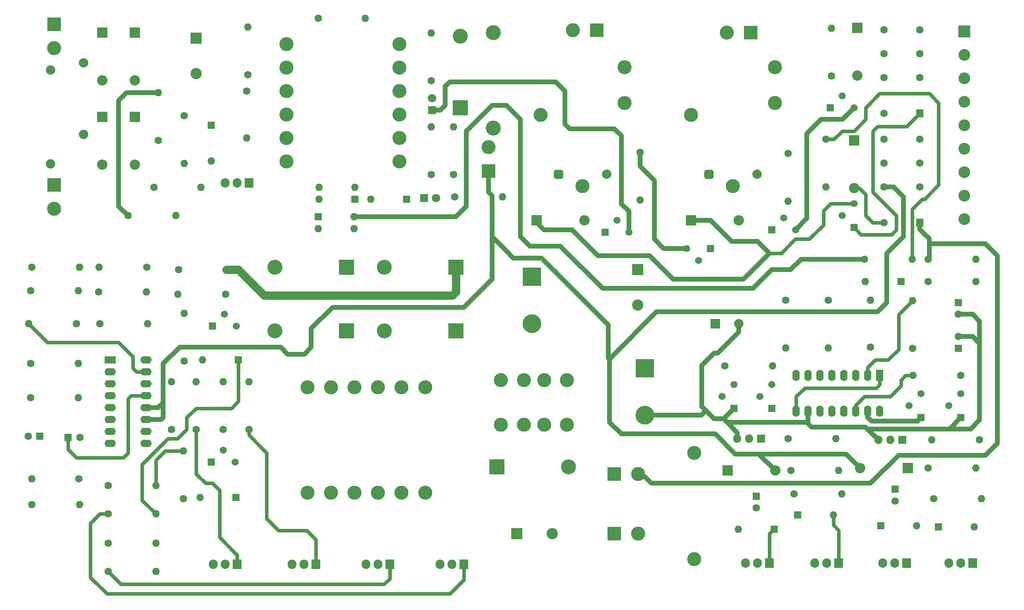
<source format=gbr>
%TF.GenerationSoftware,KiCad,Pcbnew,(5.1.9)-1*%
%TF.CreationDate,2021-11-22T08:04:15-03:00*%
%TF.ProjectId,inversor 1.2,696e7665-7273-46f7-9220-312e322e6b69,rev?*%
%TF.SameCoordinates,Original*%
%TF.FileFunction,Copper,L1,Top*%
%TF.FilePolarity,Positive*%
%FSLAX46Y46*%
G04 Gerber Fmt 4.6, Leading zero omitted, Abs format (unit mm)*
G04 Created by KiCad (PCBNEW (5.1.9)-1) date 2021-11-22 08:04:15*
%MOMM*%
%LPD*%
G01*
G04 APERTURE LIST*
%TA.AperFunction,ComponentPad*%
%ADD10O,2.000000X2.000000*%
%TD*%
%TA.AperFunction,ComponentPad*%
%ADD11C,2.000000*%
%TD*%
%TA.AperFunction,ComponentPad*%
%ADD12O,1.600000X1.600000*%
%TD*%
%TA.AperFunction,ComponentPad*%
%ADD13C,1.600000*%
%TD*%
%TA.AperFunction,ComponentPad*%
%ADD14O,1.600000X2.400000*%
%TD*%
%TA.AperFunction,ComponentPad*%
%ADD15R,1.600000X2.400000*%
%TD*%
%TA.AperFunction,ComponentPad*%
%ADD16O,2.400000X1.600000*%
%TD*%
%TA.AperFunction,ComponentPad*%
%ADD17R,2.400000X1.600000*%
%TD*%
%TA.AperFunction,ComponentPad*%
%ADD18C,4.000000*%
%TD*%
%TA.AperFunction,ComponentPad*%
%ADD19R,4.000000X4.000000*%
%TD*%
%TA.AperFunction,ComponentPad*%
%ADD20C,3.000000*%
%TD*%
%TA.AperFunction,ComponentPad*%
%ADD21R,3.000000X3.000000*%
%TD*%
%TA.AperFunction,ComponentPad*%
%ADD22R,2.000000X2.000000*%
%TD*%
%TA.AperFunction,ComponentPad*%
%ADD23R,1.500000X1.500000*%
%TD*%
%TA.AperFunction,ComponentPad*%
%ADD24C,1.500000*%
%TD*%
%TA.AperFunction,ComponentPad*%
%ADD25R,1.600000X1.600000*%
%TD*%
%TA.AperFunction,ComponentPad*%
%ADD26R,2.400000X2.400000*%
%TD*%
%TA.AperFunction,ComponentPad*%
%ADD27C,2.400000*%
%TD*%
%TA.AperFunction,ComponentPad*%
%ADD28R,2.200000X2.200000*%
%TD*%
%TA.AperFunction,ComponentPad*%
%ADD29O,2.200000X2.200000*%
%TD*%
%TA.AperFunction,ComponentPad*%
%ADD30R,3.200000X3.200000*%
%TD*%
%TA.AperFunction,ComponentPad*%
%ADD31O,3.200000X3.200000*%
%TD*%
%TA.AperFunction,ComponentPad*%
%ADD32C,1.800000*%
%TD*%
%TA.AperFunction,ComponentPad*%
%ADD33R,1.800000X1.800000*%
%TD*%
%TA.AperFunction,ComponentPad*%
%ADD34R,2.500000X2.500000*%
%TD*%
%TA.AperFunction,ComponentPad*%
%ADD35C,2.500000*%
%TD*%
%TA.AperFunction,ComponentPad*%
%ADD36R,1.600000X1.800000*%
%TD*%
%TA.AperFunction,ComponentPad*%
%ADD37O,1.800000X1.800000*%
%TD*%
%TA.AperFunction,ComponentPad*%
%ADD38O,1.905000X2.000000*%
%TD*%
%TA.AperFunction,ComponentPad*%
%ADD39R,1.905000X2.000000*%
%TD*%
%TA.AperFunction,ComponentPad*%
%ADD40C,3.200000*%
%TD*%
%TA.AperFunction,Conductor*%
%ADD41C,0.750000*%
%TD*%
%TA.AperFunction,Conductor*%
%ADD42C,1.000000*%
%TD*%
%TA.AperFunction,Conductor*%
%ADD43C,1.750000*%
%TD*%
G04 APERTURE END LIST*
D10*
%TO.P,R23,2*%
%TO.N,FASE*%
X54500000Y-53740000D03*
D11*
%TO.P,R23,1*%
%TO.N,Net-(D13-Pad2)*%
X54500000Y-38500000D03*
%TD*%
D12*
%TO.P,R26,2*%
%TO.N,+B*%
X89500000Y-30840000D03*
D13*
%TO.P,R26,1*%
%TO.N,Net-(C15-Pad1)*%
X89500000Y-41000000D03*
%TD*%
D14*
%TO.P,U2,16*%
%TO.N,Net-(C18-Pad1)*%
X224000000Y-112620000D03*
%TO.P,U2,8*%
%TO.N,SS*%
X206220000Y-105000000D03*
%TO.P,U2,15*%
%TO.N,+12V*%
X221460000Y-112620000D03*
%TO.P,U2,7*%
%TO.N,Net-(C10-Pad1)*%
X208760000Y-105000000D03*
%TO.P,U2,14*%
%TO.N,Net-(R35-Pad2)*%
X218920000Y-112620000D03*
%TO.P,U2,6*%
%TO.N,Net-(R17-Pad2)*%
X211300000Y-105000000D03*
%TO.P,U2,13*%
%TO.N,+12V*%
X216380000Y-112620000D03*
%TO.P,U2,5*%
%TO.N,Net-(C10-Pad1)*%
X213840000Y-105000000D03*
%TO.P,U2,12*%
%TO.N,GND*%
X213840000Y-112620000D03*
%TO.P,U2,4*%
%TO.N,Net-(U2-Pad4)*%
X216380000Y-105000000D03*
%TO.P,U2,11*%
%TO.N,Net-(R18-Pad2)*%
X211300000Y-112620000D03*
%TO.P,U2,3*%
%TO.N,Net-(U2-Pad3)*%
X218920000Y-105000000D03*
%TO.P,U2,10*%
%TO.N,GND*%
X208760000Y-112620000D03*
%TO.P,U2,2*%
%TO.N,Net-(C18-Pad1)*%
X221460000Y-105000000D03*
%TO.P,U2,9*%
%TO.N,Net-(U2-Pad1)*%
X206220000Y-112620000D03*
D15*
%TO.P,U2,1*%
X224000000Y-105000000D03*
%TD*%
D16*
%TO.P,U1,16*%
%TO.N,2IN+*%
X67870000Y-101750000D03*
%TO.P,U1,8*%
%TO.N,+12V*%
X60250000Y-119530000D03*
%TO.P,U1,15*%
%TO.N,2IN-*%
X67870000Y-104290000D03*
%TO.P,U1,7*%
%TO.N,GND*%
X60250000Y-116990000D03*
%TO.P,U1,14*%
%TO.N,VREF*%
X67870000Y-106830000D03*
%TO.P,U1,6*%
%TO.N,Net-(R5-Pad2)*%
X60250000Y-114450000D03*
%TO.P,U1,13*%
%TO.N,VREF*%
X67870000Y-109370000D03*
%TO.P,U1,5*%
%TO.N,Net-(C5-Pad1)*%
X60250000Y-111910000D03*
%TO.P,U1,12*%
%TO.N,+12V*%
X67870000Y-111910000D03*
%TO.P,U1,4*%
%TO.N,Net-(C1-Pad2)*%
X60250000Y-109370000D03*
%TO.P,U1,11*%
%TO.N,+12V*%
X67870000Y-114450000D03*
%TO.P,U1,3*%
%TO.N,Net-(R7-Pad1)*%
X60250000Y-106830000D03*
%TO.P,U1,10*%
%TO.N,Net-(D8-Pad2)*%
X67870000Y-116990000D03*
%TO.P,U1,2*%
%TO.N,Net-(R6-Pad2)*%
X60250000Y-104290000D03*
%TO.P,U1,9*%
%TO.N,Net-(D7-Pad2)*%
X67870000Y-119530000D03*
D17*
%TO.P,U1,1*%
%TO.N,VFB*%
X60250000Y-101750000D03*
%TD*%
D10*
%TO.P,C12,2*%
%TO.N,FASE-NEUTRO*%
X47500000Y-60000000D03*
D11*
%TO.P,C12,1*%
%TO.N,FASE*%
X47500000Y-40000000D03*
%TD*%
D18*
%TO.P,C11,2*%
%TO.N,GND*%
X174000000Y-113500000D03*
D19*
%TO.P,C11,1*%
%TO.N,330VDC*%
X174000000Y-103500000D03*
%TD*%
D18*
%TO.P,C17,2*%
%TO.N,GND*%
X150000000Y-94000000D03*
D19*
%TO.P,C17,1*%
%TO.N,330VDC*%
X150000000Y-84000000D03*
%TD*%
D20*
%TO.P,T2,3*%
%TO.N,Net-(Q11-Pad2)*%
X127250000Y-130000000D03*
%TO.P,T2,4*%
%TO.N,Net-(D11-Pad2)*%
X127250000Y-107547000D03*
%TO.P,T2,~*%
%TO.N,N/C*%
X122170000Y-107547000D03*
X117170000Y-107547000D03*
X112170000Y-107547000D03*
X107170000Y-107547000D03*
%TO.P,T2,5*%
%TO.N,Net-(D10-Pad1)*%
X102170000Y-107547000D03*
%TO.P,T2,1*%
%TO.N,Net-(Q8-Pad2)*%
X102170000Y-130000000D03*
X107170000Y-130000000D03*
%TO.P,T2,2*%
%TO.N,Net-(C9-Pad1)*%
X112170000Y-130000000D03*
X117170000Y-130000000D03*
%TO.P,T2,3*%
%TO.N,Net-(Q11-Pad2)*%
X122170000Y-130000000D03*
%TD*%
D12*
%TO.P,R5,2*%
%TO.N,Net-(R5-Pad2)*%
X53660000Y-132500000D03*
D13*
%TO.P,R5,1*%
%TO.N,GND*%
X43500000Y-132500000D03*
%TD*%
D20*
%TO.P,T1,3*%
%TO.N,Net-(C14-Pad2)*%
X97750000Y-54500000D03*
%TO.P,T1,4*%
%TO.N,-B*%
X97750000Y-59500000D03*
%TO.P,T1,2*%
%TO.N,Net-(C15-Pad2)*%
X97750000Y-44500000D03*
%TO.P,T1,~*%
%TO.N,N/C*%
X97750000Y-49500000D03*
%TO.P,T1,1*%
%TO.N,+B*%
X97750000Y-34500000D03*
%TO.P,T1,~*%
%TO.N,Net-(T1-Pad~)*%
X97750000Y-39500000D03*
%TO.P,T1,6*%
%TO.N,Net-(C4-Pad2)*%
X121750000Y-34500000D03*
X121750000Y-39500000D03*
%TO.P,T1,~*%
%TO.N,N/C*%
X121750000Y-44500000D03*
%TO.P,T1,5*%
%TO.N,GND*%
X121750000Y-54500000D03*
X121750000Y-59500000D03*
%TO.P,T1,~*%
%TO.N,N/C*%
X121750000Y-49500000D03*
%TD*%
%TO.P,J6,1*%
%TO.N,FASE-NEUTRO*%
X48250000Y-69580000D03*
D21*
X48250000Y-64500000D03*
%TD*%
D12*
%TO.P,TH3,2*%
%TO.N,2IN+*%
X67910000Y-87250000D03*
D13*
%TO.P,TH3,1*%
%TO.N,Net-(R43-Pad1)*%
X57750000Y-87250000D03*
%TD*%
D11*
%TO.P,C6,2*%
%TO.N,GND*%
X194000000Y-94000000D03*
D22*
%TO.P,C6,1*%
%TO.N,VON*%
X189000000Y-94000000D03*
%TD*%
D23*
%TO.P,Q22,1*%
%TO.N,Net-(D29-Pad2)*%
X201000000Y-74000000D03*
D24*
%TO.P,Q22,3*%
%TO.N,GND*%
X206080000Y-74000000D03*
%TO.P,Q22,2*%
%TO.N,Net-(Q22-Pad2)*%
X203540000Y-71460000D03*
%TD*%
D23*
%TO.P,Q21,1*%
%TO.N,VBAT*%
X188000000Y-78000000D03*
D24*
%TO.P,Q21,3*%
%TO.N,V_5_SEG*%
X182920000Y-78000000D03*
%TO.P,Q21,2*%
%TO.N,VON*%
X185460000Y-80540000D03*
%TD*%
D23*
%TO.P,Q20,1*%
%TO.N,Net-(D28-Pad2)*%
X165500000Y-74500000D03*
D24*
%TO.P,Q20,3*%
%TO.N,GND*%
X170580000Y-74500000D03*
%TO.P,Q20,2*%
%TO.N,Net-(Q20-Pad2)*%
X168040000Y-71960000D03*
%TD*%
D23*
%TO.P,Q19,1*%
%TO.N,GND*%
X241250000Y-114000000D03*
D24*
%TO.P,Q19,3*%
%TO.N,~PWM*%
X241250000Y-108920000D03*
%TO.P,Q19,2*%
%TO.N,Net-(Q18-Pad2)*%
X238710000Y-111460000D03*
%TD*%
D23*
%TO.P,Q18,1*%
%TO.N,+12V*%
X232750000Y-114000000D03*
D24*
%TO.P,Q18,3*%
%TO.N,~PWM*%
X232750000Y-108920000D03*
%TO.P,Q18,2*%
%TO.N,Net-(Q18-Pad2)*%
X230210000Y-111460000D03*
%TD*%
D23*
%TO.P,Q17,1*%
%TO.N,GND*%
X193000000Y-112000000D03*
D24*
%TO.P,Q17,3*%
%TO.N,PWM*%
X193000000Y-106920000D03*
%TO.P,Q17,2*%
%TO.N,Net-(Q16-Pad2)*%
X190460000Y-109460000D03*
%TD*%
D23*
%TO.P,Q16,1*%
%TO.N,+12V*%
X201000000Y-112000000D03*
D24*
%TO.P,Q16,3*%
%TO.N,PWM*%
X201000000Y-106920000D03*
%TO.P,Q16,2*%
%TO.N,Net-(Q16-Pad2)*%
X198460000Y-109460000D03*
%TD*%
D23*
%TO.P,Q15,1*%
%TO.N,Net-(D27-Pad2)*%
X213500000Y-48000000D03*
D24*
%TO.P,Q15,3*%
%TO.N,GND*%
X218580000Y-48000000D03*
%TO.P,Q15,2*%
%TO.N,Net-(Q15-Pad2)*%
X216040000Y-45460000D03*
%TD*%
D23*
%TO.P,Q14,1*%
%TO.N,Net-(D24-Pad1)*%
X218500000Y-73500000D03*
D24*
%TO.P,Q14,3*%
%TO.N,VBAT*%
X218500000Y-68420000D03*
%TO.P,Q14,2*%
%TO.N,Net-(Q14-Pad2)*%
X215960000Y-70960000D03*
%TD*%
D13*
%TO.P,C1,2*%
%TO.N,Net-(C1-Pad2)*%
X53750000Y-118250000D03*
D25*
%TO.P,C1,1*%
%TO.N,VREF*%
X51250000Y-118250000D03*
%TD*%
%TO.P,C2,1*%
%TO.N,Net-(C2-Pad1)*%
X197750000Y-130750000D03*
D13*
%TO.P,C2,2*%
%TO.N,INV1*%
X197750000Y-133250000D03*
%TD*%
%TO.P,C3,2*%
%TO.N,GND*%
X42750000Y-118000000D03*
D25*
%TO.P,C3,1*%
%TO.N,VREF*%
X45250000Y-118000000D03*
%TD*%
D13*
%TO.P,C4,1*%
%TO.N,+B*%
X104500000Y-29000000D03*
D12*
%TO.P,C4,2*%
%TO.N,Net-(C4-Pad2)*%
X114500000Y-29000000D03*
%TD*%
%TO.P,C5,2*%
%TO.N,GND*%
X43500000Y-127000000D03*
D13*
%TO.P,C5,1*%
%TO.N,Net-(C5-Pad1)*%
X53500000Y-127000000D03*
%TD*%
D25*
%TO.P,C7,1*%
%TO.N,Net-(C7-Pad1)*%
X227250000Y-129250000D03*
D13*
%TO.P,C7,2*%
%TO.N,INV2*%
X227250000Y-131750000D03*
%TD*%
%TO.P,C8,2*%
%TO.N,GND*%
X240750000Y-96750000D03*
D25*
%TO.P,C8,1*%
%TO.N,SS*%
X240750000Y-99250000D03*
%TD*%
D26*
%TO.P,C9,1*%
%TO.N,Net-(C9-Pad1)*%
X146750000Y-138750000D03*
D27*
%TO.P,C9,2*%
%TO.N,GND*%
X154250000Y-138750000D03*
%TD*%
D13*
%TO.P,C10,1*%
%TO.N,Net-(C10-Pad1)*%
X222000000Y-99000000D03*
D12*
%TO.P,C10,2*%
%TO.N,GND*%
X222000000Y-89000000D03*
%TD*%
D26*
%TO.P,C13,1*%
%TO.N,+B*%
X78500000Y-33250000D03*
D27*
%TO.P,C13,2*%
%TO.N,-B*%
X78500000Y-40750000D03*
%TD*%
D13*
%TO.P,C14,1*%
%TO.N,Net-(C14-Pad1)*%
X69500000Y-65000000D03*
D12*
%TO.P,C14,2*%
%TO.N,Net-(C14-Pad2)*%
X79500000Y-65000000D03*
%TD*%
%TO.P,C15,2*%
%TO.N,Net-(C15-Pad2)*%
X89250000Y-54500000D03*
D13*
%TO.P,C15,1*%
%TO.N,Net-(C15-Pad1)*%
X89250000Y-44500000D03*
%TD*%
D27*
%TO.P,C16,2*%
%TO.N,GND*%
X172500000Y-90000000D03*
D26*
%TO.P,C16,1*%
%TO.N,Net-(C16-Pad1)*%
X172500000Y-82500000D03*
%TD*%
D25*
%TO.P,C18,1*%
%TO.N,Net-(C18-Pad1)*%
X240750000Y-89500000D03*
D13*
%TO.P,C18,2*%
%TO.N,GND*%
X240750000Y-92000000D03*
%TD*%
D12*
%TO.P,D1,2*%
%TO.N,Net-(D1-Pad2)*%
X214120000Y-134750000D03*
D25*
%TO.P,D1,1*%
%TO.N,PWM*%
X206500000Y-134750000D03*
%TD*%
D28*
%TO.P,D2,1*%
%TO.N,Net-(C2-Pad1)*%
X191590000Y-125250000D03*
D29*
%TO.P,D2,2*%
%TO.N,+12V*%
X201750000Y-125250000D03*
%TD*%
D12*
%TO.P,D3,2*%
%TO.N,INV1*%
X193880000Y-137750000D03*
D25*
%TO.P,D3,1*%
%TO.N,Net-(D3-Pad1)*%
X201500000Y-137750000D03*
%TD*%
%TO.P,D4,1*%
%TO.N,Net-(D4-Pad1)*%
X224250000Y-137000000D03*
D12*
%TO.P,D4,2*%
%TO.N,INV2*%
X231870000Y-137000000D03*
%TD*%
D29*
%TO.P,D5,2*%
%TO.N,+12V*%
X219840000Y-124750000D03*
D28*
%TO.P,D5,1*%
%TO.N,Net-(C7-Pad1)*%
X230000000Y-124750000D03*
%TD*%
D25*
%TO.P,D6,1*%
%TO.N,~PWM*%
X236500000Y-137250000D03*
D12*
%TO.P,D6,2*%
%TO.N,Net-(D6-Pad2)*%
X244120000Y-137250000D03*
%TD*%
%TO.P,D7,2*%
%TO.N,Net-(D7-Pad2)*%
X79380000Y-131000000D03*
D25*
%TO.P,D7,1*%
%TO.N,Net-(D7-Pad1)*%
X87000000Y-131000000D03*
%TD*%
%TO.P,D8,1*%
%TO.N,Net-(D8-Pad1)*%
X87500000Y-101750000D03*
D12*
%TO.P,D8,2*%
%TO.N,Net-(D8-Pad2)*%
X79880000Y-101750000D03*
%TD*%
D30*
%TO.P,D9,1*%
%TO.N,330VDC*%
X133750000Y-82000000D03*
D31*
%TO.P,D9,2*%
%TO.N,Net-(D10-Pad1)*%
X118510000Y-82000000D03*
%TD*%
%TO.P,D10,2*%
%TO.N,GND*%
X95260000Y-82000000D03*
D30*
%TO.P,D10,1*%
%TO.N,Net-(D10-Pad1)*%
X110500000Y-82000000D03*
%TD*%
%TO.P,D11,1*%
%TO.N,330VDC*%
X133750000Y-95500000D03*
D31*
%TO.P,D11,2*%
%TO.N,Net-(D11-Pad2)*%
X118510000Y-95500000D03*
%TD*%
%TO.P,D12,2*%
%TO.N,GND*%
X95260000Y-95500000D03*
D30*
%TO.P,D12,1*%
%TO.N,Net-(D11-Pad2)*%
X110500000Y-95500000D03*
%TD*%
D28*
%TO.P,D13,1*%
%TO.N,+B*%
X58500000Y-32000000D03*
D29*
%TO.P,D13,2*%
%TO.N,Net-(D13-Pad2)*%
X58500000Y-42160000D03*
%TD*%
D28*
%TO.P,D14,1*%
%TO.N,Net-(D13-Pad2)*%
X58500000Y-50000000D03*
D29*
%TO.P,D14,2*%
%TO.N,-B*%
X58500000Y-60160000D03*
%TD*%
%TO.P,D15,2*%
%TO.N,FASE-NEUTRO*%
X65500000Y-42160000D03*
D28*
%TO.P,D15,1*%
%TO.N,+B*%
X65500000Y-32000000D03*
%TD*%
%TO.P,D16,1*%
%TO.N,FASE-NEUTRO*%
X65500000Y-50000000D03*
D29*
%TO.P,D16,2*%
%TO.N,-B*%
X65500000Y-60160000D03*
%TD*%
D25*
%TO.P,D17,1*%
%TO.N,Net-(D17-Pad1)*%
X81750000Y-51750000D03*
D12*
%TO.P,D17,2*%
%TO.N,-B*%
X81750000Y-59370000D03*
%TD*%
D30*
%TO.P,D18,1*%
%TO.N,Net-(C16-Pad1)*%
X134750000Y-48000000D03*
D31*
%TO.P,D18,2*%
%TO.N,Net-(C4-Pad2)*%
X134750000Y-32760000D03*
%TD*%
D32*
%TO.P,D19,2*%
%TO.N,Net-(D19-Pad2)*%
X128750000Y-45960000D03*
D33*
%TO.P,D19,1*%
%TO.N,GND*%
X128750000Y-48500000D03*
%TD*%
%TO.P,D20,1*%
%TO.N,GND*%
X127000000Y-67250000D03*
D32*
%TO.P,D20,2*%
%TO.N,Net-(D20-Pad2)*%
X129540000Y-67250000D03*
%TD*%
D31*
%TO.P,D23,2*%
%TO.N,GND*%
X157740000Y-124500000D03*
D30*
%TO.P,D23,1*%
%TO.N,Net-(C9-Pad1)*%
X142500000Y-124500000D03*
%TD*%
D29*
%TO.P,D24,2*%
%TO.N,GND*%
X219250000Y-41160000D03*
D28*
%TO.P,D24,1*%
%TO.N,Net-(D24-Pad1)*%
X219250000Y-31000000D03*
%TD*%
D29*
%TO.P,D27,2*%
%TO.N,Net-(D27-Pad2)*%
X218500000Y-65160000D03*
D28*
%TO.P,D27,1*%
%TO.N,VBAT*%
X218500000Y-55000000D03*
%TD*%
D29*
%TO.P,D28,2*%
%TO.N,Net-(D28-Pad2)*%
X161160000Y-72000000D03*
D28*
%TO.P,D28,1*%
%TO.N,VBAT*%
X151000000Y-72000000D03*
%TD*%
%TO.P,D29,1*%
%TO.N,VBAT*%
X183840000Y-72000000D03*
D29*
%TO.P,D29,2*%
%TO.N,Net-(D29-Pad2)*%
X194000000Y-72000000D03*
%TD*%
D25*
%TO.P,DZ1,1*%
%TO.N,Net-(DZ1-Pad1)*%
X123250000Y-67500000D03*
D12*
%TO.P,DZ1,2*%
%TO.N,Net-(DZ1-Pad2)*%
X115630000Y-67500000D03*
%TD*%
D25*
%TO.P,DZ2,1*%
%TO.N,5V*%
X228500000Y-85000000D03*
D12*
%TO.P,DZ2,2*%
%TO.N,GND*%
X220880000Y-85000000D03*
%TD*%
D20*
%TO.P,F1,2*%
%TO.N,VBAT*%
X157434000Y-106000000D03*
X152608000Y-106000000D03*
%TO.P,F1,1*%
%TO.N,Net-(C9-Pad1)*%
X148290000Y-106000000D03*
X143337000Y-106000000D03*
%TD*%
%TO.P,F2,1*%
%TO.N,330VDC*%
X184500000Y-121500000D03*
%TO.P,F2,2*%
%TO.N,Net-(F2-Pad2)*%
X184500000Y-144100000D03*
%TD*%
%TO.P,F3,1*%
%TO.N,Net-(C9-Pad1)*%
X143337000Y-115500000D03*
X148290000Y-115500000D03*
%TO.P,F3,2*%
%TO.N,VBAT*%
X152608000Y-115500000D03*
X157434000Y-115500000D03*
%TD*%
%TO.P,J1,2*%
%TO.N,OUT1*%
X158670000Y-31500000D03*
D21*
%TO.P,J1,1*%
X163750000Y-31500000D03*
%TD*%
%TO.P,J2,1*%
%TO.N,OUT2*%
X196500000Y-32000000D03*
D20*
%TO.P,J2,2*%
X191420000Y-32000000D03*
%TD*%
%TO.P,J3,2*%
%TO.N,VBAT*%
X172580000Y-126000000D03*
D21*
%TO.P,J3,1*%
X167500000Y-126000000D03*
%TD*%
%TO.P,J4,1*%
%TO.N,GND*%
X167500000Y-138750000D03*
D20*
%TO.P,J4,2*%
X172580000Y-138750000D03*
%TD*%
D21*
%TO.P,J5,1*%
%TO.N,FASE*%
X48250000Y-30250000D03*
D20*
X48250000Y-35330000D03*
%TD*%
D34*
%TO.P,J7,1*%
%TO.N,NA1-RL1*%
X242000000Y-31750000D03*
D35*
%TO.P,J7,2*%
%TO.N,NF1-RL1*%
X242000000Y-36750000D03*
%TO.P,J7,3*%
%TO.N,COM1-RL1*%
X242000000Y-41750000D03*
%TO.P,J7,4*%
%TO.N,NA2-RL1*%
X242000000Y-46750000D03*
%TO.P,J7,5*%
%TO.N,NF2-RL1*%
X242000000Y-51750000D03*
%TO.P,J7,6*%
%TO.N,COM2-RL1*%
X242000000Y-56750000D03*
%TO.P,J7,7*%
%TO.N,NA1-RL2*%
X242000000Y-61750000D03*
%TO.P,J7,8*%
%TO.N,NF1-RL2*%
X242000000Y-66750000D03*
%TO.P,J7,9*%
%TO.N,COM1-RL2*%
X242000000Y-71750000D03*
%TD*%
D13*
%TO.P,K1,12*%
%TO.N,NF1-RL1*%
X232500000Y-36550000D03*
%TO.P,K1,14*%
%TO.N,NA1-RL1*%
X232500000Y-31470000D03*
%TO.P,K1,11*%
%TO.N,COM1-RL1*%
X232500000Y-41630000D03*
%TO.P,K1,A2*%
%TO.N,GND*%
X224880000Y-49250000D03*
D36*
%TO.P,K1,A1*%
%TO.N,Net-(D24-Pad1)*%
X232500000Y-49250000D03*
D13*
%TO.P,K1,24*%
%TO.N,NA2-RL1*%
X224880000Y-31470000D03*
%TO.P,K1,22*%
%TO.N,NF2-RL1*%
X224880000Y-36550000D03*
%TO.P,K1,21*%
%TO.N,COM2-RL1*%
X224880000Y-41630000D03*
%TD*%
%TO.P,K2,21*%
%TO.N,+12V*%
X224880000Y-64880000D03*
%TO.P,K2,22*%
%TO.N,Net-(K2-Pad22)*%
X224880000Y-59800000D03*
%TO.P,K2,24*%
%TO.N,VBAT*%
X224880000Y-54720000D03*
D36*
%TO.P,K2,A1*%
X232500000Y-72500000D03*
D13*
%TO.P,K2,A2*%
%TO.N,Net-(D27-Pad2)*%
X224880000Y-72500000D03*
%TO.P,K2,11*%
%TO.N,COM1-RL2*%
X232500000Y-64880000D03*
%TO.P,K2,14*%
%TO.N,NA1-RL2*%
X232500000Y-54720000D03*
%TO.P,K2,12*%
%TO.N,NF1-RL2*%
X232500000Y-59800000D03*
%TD*%
D20*
%TO.P,K3,11A*%
%TO.N,N/C*%
X160750000Y-64750000D03*
D11*
%TO.P,K3,A2*%
%TO.N,Net-(D28-Pad2)*%
X165850000Y-62210000D03*
D20*
%TO.P,K3,14*%
%TO.N,INV1*%
X169650000Y-47010000D03*
%TO.P,K3,12*%
%TO.N,FASE*%
X169650000Y-39410000D03*
%TO.P,K3,11B*%
%TO.N,OUT1*%
X151850000Y-49550000D03*
%TO.P,K3,A1*%
%TO.N,VBAT*%
%TA.AperFunction,ComponentPad*%
G36*
G01*
X155150000Y-61210000D02*
X156150000Y-61210000D01*
G75*
G02*
X156650000Y-61710000I0J-500000D01*
G01*
X156650000Y-62710000D01*
G75*
G02*
X156150000Y-63210000I-500000J0D01*
G01*
X155150000Y-63210000D01*
G75*
G02*
X154650000Y-62710000I0J500000D01*
G01*
X154650000Y-61710000D01*
G75*
G02*
X155150000Y-61210000I500000J0D01*
G01*
G37*
%TD.AperFunction*%
%TD*%
%TO.P,K4,A1*%
%TO.N,VBAT*%
%TA.AperFunction,ComponentPad*%
G36*
G01*
X187150000Y-61210000D02*
X188150000Y-61210000D01*
G75*
G02*
X188650000Y-61710000I0J-500000D01*
G01*
X188650000Y-62710000D01*
G75*
G02*
X188150000Y-63210000I-500000J0D01*
G01*
X187150000Y-63210000D01*
G75*
G02*
X186650000Y-62710000I0J500000D01*
G01*
X186650000Y-61710000D01*
G75*
G02*
X187150000Y-61210000I500000J0D01*
G01*
G37*
%TD.AperFunction*%
%TO.P,K4,11B*%
%TO.N,OUT2*%
X183850000Y-49550000D03*
%TO.P,K4,12*%
%TO.N,FASE-NEUTRO*%
X201650000Y-39410000D03*
%TO.P,K4,14*%
%TO.N,INV2*%
X201650000Y-47010000D03*
D11*
%TO.P,K4,A2*%
%TO.N,Net-(D29-Pad2)*%
X197850000Y-62210000D03*
D20*
%TO.P,K4,11A*%
%TO.N,N/C*%
X192750000Y-64750000D03*
%TD*%
D33*
%TO.P,Q1,1*%
%TO.N,Net-(Q1-Pad1)*%
X198750000Y-118500000D03*
D37*
%TO.P,Q1,2*%
%TO.N,Net-(D3-Pad1)*%
X196210000Y-118500000D03*
%TO.P,Q1,3*%
%TO.N,GND*%
X193670000Y-118500000D03*
%TD*%
D38*
%TO.P,Q2,3*%
%TO.N,INV1*%
X195420000Y-145000000D03*
%TO.P,Q2,2*%
%TO.N,Net-(F2-Pad2)*%
X197960000Y-145000000D03*
D39*
%TO.P,Q2,1*%
%TO.N,Net-(D3-Pad1)*%
X200500000Y-145000000D03*
%TD*%
%TO.P,Q3,1*%
%TO.N,Net-(D1-Pad2)*%
X215250000Y-145000000D03*
D38*
%TO.P,Q3,2*%
%TO.N,INV1*%
X212710000Y-145000000D03*
%TO.P,Q3,3*%
%TO.N,GND*%
X210170000Y-145000000D03*
%TD*%
%TO.P,Q4,3*%
%TO.N,INV2*%
X224670000Y-145000000D03*
%TO.P,Q4,2*%
%TO.N,Net-(F2-Pad2)*%
X227210000Y-145000000D03*
D39*
%TO.P,Q4,1*%
%TO.N,Net-(D4-Pad1)*%
X229750000Y-145000000D03*
%TD*%
D38*
%TO.P,Q5,3*%
%TO.N,GND*%
X238670000Y-145000000D03*
%TO.P,Q5,2*%
%TO.N,INV2*%
X241210000Y-145000000D03*
D39*
%TO.P,Q5,1*%
%TO.N,Net-(D6-Pad2)*%
X243750000Y-145000000D03*
%TD*%
D37*
%TO.P,Q6,3*%
%TO.N,GND*%
X223670000Y-118750000D03*
%TO.P,Q6,2*%
%TO.N,Net-(D4-Pad1)*%
X226210000Y-118750000D03*
D33*
%TO.P,Q6,1*%
%TO.N,Net-(Q6-Pad1)*%
X228750000Y-118750000D03*
%TD*%
D23*
%TO.P,Q7,1*%
%TO.N,GND*%
X81750000Y-123500000D03*
D24*
%TO.P,Q7,3*%
%TO.N,Net-(D7-Pad1)*%
X86830000Y-123500000D03*
%TO.P,Q7,2*%
%TO.N,Net-(D7-Pad2)*%
X84290000Y-120960000D03*
%TD*%
D39*
%TO.P,Q8,1*%
%TO.N,Net-(Q8-Pad1)*%
X87250000Y-145250000D03*
D38*
%TO.P,Q8,2*%
%TO.N,Net-(Q8-Pad2)*%
X84710000Y-145250000D03*
%TO.P,Q8,3*%
%TO.N,GND*%
X82170000Y-145250000D03*
%TD*%
D39*
%TO.P,Q9,1*%
%TO.N,Net-(Q9-Pad1)*%
X104000000Y-145250000D03*
D38*
%TO.P,Q9,2*%
%TO.N,Net-(Q8-Pad2)*%
X101460000Y-145250000D03*
%TO.P,Q9,3*%
%TO.N,GND*%
X98920000Y-145250000D03*
%TD*%
D24*
%TO.P,Q10,2*%
%TO.N,Net-(D8-Pad2)*%
X84540000Y-91960000D03*
%TO.P,Q10,3*%
%TO.N,Net-(D8-Pad1)*%
X87080000Y-94500000D03*
D23*
%TO.P,Q10,1*%
%TO.N,GND*%
X82000000Y-94500000D03*
%TD*%
D39*
%TO.P,Q11,1*%
%TO.N,Net-(Q11-Pad1)*%
X119750000Y-145250000D03*
D38*
%TO.P,Q11,2*%
%TO.N,Net-(Q11-Pad2)*%
X117210000Y-145250000D03*
%TO.P,Q11,3*%
%TO.N,GND*%
X114670000Y-145250000D03*
%TD*%
D39*
%TO.P,Q12,1*%
%TO.N,Net-(Q12-Pad1)*%
X135500000Y-145250000D03*
D38*
%TO.P,Q12,2*%
%TO.N,Net-(Q11-Pad2)*%
X132960000Y-145250000D03*
%TO.P,Q12,3*%
%TO.N,GND*%
X130420000Y-145250000D03*
%TD*%
%TO.P,Q13,3*%
%TO.N,-B*%
X84670000Y-64000000D03*
%TO.P,Q13,2*%
%TO.N,Net-(C15-Pad2)*%
X87210000Y-64000000D03*
D39*
%TO.P,Q13,1*%
%TO.N,Net-(D17-Pad1)*%
X89750000Y-64000000D03*
%TD*%
D13*
%TO.P,R1,1*%
%TO.N,Net-(Q1-Pad1)*%
X204500000Y-118500000D03*
D12*
%TO.P,R1,2*%
%TO.N,PWM*%
X214660000Y-118500000D03*
%TD*%
D13*
%TO.P,R2,1*%
%TO.N,Net-(C2-Pad1)*%
X205090000Y-125250000D03*
D12*
%TO.P,R2,2*%
%TO.N,Net-(D3-Pad1)*%
X215250000Y-125250000D03*
%TD*%
D13*
%TO.P,R3,1*%
%TO.N,PWM*%
X205750000Y-130250000D03*
D12*
%TO.P,R3,2*%
%TO.N,Net-(D1-Pad2)*%
X215910000Y-130250000D03*
%TD*%
D13*
%TO.P,R4,1*%
%TO.N,GND*%
X43250000Y-109750000D03*
D12*
%TO.P,R4,2*%
%TO.N,Net-(C1-Pad2)*%
X53410000Y-109750000D03*
%TD*%
%TO.P,R6,2*%
%TO.N,Net-(R6-Pad2)*%
X53410000Y-87000000D03*
D13*
%TO.P,R6,1*%
%TO.N,VREF*%
X43250000Y-87000000D03*
%TD*%
D12*
%TO.P,R7,2*%
%TO.N,Net-(R6-Pad2)*%
X53410000Y-102500000D03*
D13*
%TO.P,R7,1*%
%TO.N,Net-(R7-Pad1)*%
X43250000Y-102500000D03*
%TD*%
D12*
%TO.P,R8,2*%
%TO.N,Net-(D6-Pad2)*%
X245660000Y-131250000D03*
D13*
%TO.P,R8,1*%
%TO.N,~PWM*%
X235500000Y-131250000D03*
%TD*%
D12*
%TO.P,R9,2*%
%TO.N,GND*%
X75750000Y-121090000D03*
D13*
%TO.P,R9,1*%
%TO.N,Net-(D7-Pad2)*%
X75750000Y-131250000D03*
%TD*%
%TO.P,R10,1*%
%TO.N,Net-(C7-Pad1)*%
X234250000Y-124750000D03*
D12*
%TO.P,R10,2*%
%TO.N,Net-(D4-Pad1)*%
X244410000Y-124750000D03*
%TD*%
D13*
%TO.P,R11,1*%
%TO.N,~PWM*%
X245250000Y-118750000D03*
D12*
%TO.P,R11,2*%
%TO.N,Net-(Q6-Pad1)*%
X235090000Y-118750000D03*
%TD*%
D13*
%TO.P,R12,1*%
%TO.N,Net-(Q8-Pad1)*%
X78500000Y-116500000D03*
D12*
%TO.P,R12,2*%
%TO.N,GND*%
X78500000Y-106340000D03*
%TD*%
%TO.P,R13,2*%
%TO.N,Net-(D7-Pad1)*%
X73250000Y-106340000D03*
D13*
%TO.P,R13,1*%
%TO.N,Net-(Q8-Pad1)*%
X73250000Y-116500000D03*
%TD*%
D12*
%TO.P,R14,2*%
%TO.N,GND*%
X76000000Y-91840000D03*
D13*
%TO.P,R14,1*%
%TO.N,Net-(D8-Pad2)*%
X76000000Y-102000000D03*
%TD*%
%TO.P,R15,1*%
%TO.N,Net-(Q9-Pad1)*%
X84250000Y-116500000D03*
D12*
%TO.P,R15,2*%
%TO.N,Net-(D7-Pad1)*%
X84250000Y-106340000D03*
%TD*%
%TO.P,R16,2*%
%TO.N,GND*%
X69910000Y-140750000D03*
D13*
%TO.P,R16,1*%
%TO.N,Net-(Q11-Pad1)*%
X59750000Y-140750000D03*
%TD*%
D12*
%TO.P,R17,2*%
%TO.N,Net-(R17-Pad2)*%
X213000000Y-99160000D03*
D13*
%TO.P,R17,1*%
%TO.N,GND*%
X213000000Y-89000000D03*
%TD*%
%TO.P,R18,1*%
%TO.N,Net-(Q16-Pad2)*%
X191000000Y-103000000D03*
D12*
%TO.P,R18,2*%
%TO.N,Net-(R18-Pad2)*%
X201160000Y-103000000D03*
%TD*%
D13*
%TO.P,R19,1*%
%TO.N,Net-(Q11-Pad1)*%
X59750000Y-146750000D03*
D12*
%TO.P,R19,2*%
%TO.N,Net-(D8-Pad1)*%
X69910000Y-146750000D03*
%TD*%
%TO.P,R20,2*%
%TO.N,Net-(D8-Pad1)*%
X69910000Y-134500000D03*
D13*
%TO.P,R20,1*%
%TO.N,Net-(Q12-Pad1)*%
X59750000Y-134500000D03*
%TD*%
D12*
%TO.P,R21,2*%
%TO.N,330VDC*%
X84910000Y-82500000D03*
D13*
%TO.P,R21,1*%
%TO.N,VFB*%
X74750000Y-82500000D03*
%TD*%
%TO.P,R22,1*%
%TO.N,GND*%
X84750000Y-87750000D03*
D12*
%TO.P,R22,2*%
%TO.N,VFB*%
X74590000Y-87750000D03*
%TD*%
%TO.P,R24,2*%
%TO.N,+B*%
X70500000Y-44840000D03*
D13*
%TO.P,R24,1*%
%TO.N,Net-(C14-Pad1)*%
X70500000Y-55000000D03*
%TD*%
%TO.P,R25,1*%
%TO.N,Net-(D17-Pad1)*%
X76000000Y-49750000D03*
D12*
%TO.P,R25,2*%
%TO.N,Net-(C14-Pad1)*%
X76000000Y-59910000D03*
%TD*%
%TO.P,R27,2*%
%TO.N,Net-(C16-Pad1)*%
X128500000Y-52090000D03*
D13*
%TO.P,R27,1*%
%TO.N,Net-(DZ1-Pad1)*%
X128500000Y-62250000D03*
%TD*%
D12*
%TO.P,R28,2*%
%TO.N,Net-(C16-Pad1)*%
X133250000Y-52090000D03*
D13*
%TO.P,R28,1*%
%TO.N,GND*%
X133250000Y-62250000D03*
%TD*%
D40*
%TO.P,R29,1*%
%TO.N,Net-(C16-Pad1)*%
X141750000Y-32000000D03*
D31*
%TO.P,R29,2*%
%TO.N,VBAT*%
X141750000Y-52320000D03*
%TD*%
D12*
%TO.P,R30,2*%
%TO.N,Net-(Q14-Pad2)*%
X212500000Y-64910000D03*
D13*
%TO.P,R30,1*%
%TO.N,VON*%
X212500000Y-54750000D03*
%TD*%
%TO.P,R31,1*%
%TO.N,Net-(Q9-Pad1)*%
X89750000Y-116500000D03*
D12*
%TO.P,R31,2*%
%TO.N,GND*%
X89750000Y-106340000D03*
%TD*%
%TO.P,R32,2*%
%TO.N,GND*%
X69910000Y-128500000D03*
D13*
%TO.P,R32,1*%
%TO.N,Net-(Q12-Pad1)*%
X59750000Y-128500000D03*
%TD*%
%TO.P,R33,1*%
%TO.N,SS*%
X231000000Y-99250000D03*
D12*
%TO.P,R33,2*%
%TO.N,Net-(C18-Pad1)*%
X231000000Y-89090000D03*
%TD*%
%TO.P,R34,2*%
%TO.N,SS*%
X204000000Y-99160000D03*
D13*
%TO.P,R34,1*%
%TO.N,GND*%
X204000000Y-89000000D03*
%TD*%
D12*
%TO.P,R35,2*%
%TO.N,Net-(R35-Pad2)*%
X231090000Y-105000000D03*
D13*
%TO.P,R35,1*%
%TO.N,Net-(Q18-Pad2)*%
X241250000Y-105000000D03*
%TD*%
%TO.P,R36,1*%
%TO.N,Net-(D19-Pad2)*%
X128500000Y-42250000D03*
D12*
%TO.P,R36,2*%
%TO.N,Net-(C4-Pad2)*%
X128500000Y-32090000D03*
%TD*%
D13*
%TO.P,R37,1*%
%TO.N,Net-(D20-Pad2)*%
X133500000Y-67000000D03*
D12*
%TO.P,R37,2*%
%TO.N,+12V*%
X143660000Y-67000000D03*
%TD*%
D13*
%TO.P,R38,1*%
%TO.N,V_5_SEG*%
X213750000Y-41250000D03*
D12*
%TO.P,R38,2*%
%TO.N,Net-(Q15-Pad2)*%
X213750000Y-31090000D03*
%TD*%
D13*
%TO.P,R39,1*%
%TO.N,+B*%
X64000000Y-71000000D03*
D12*
%TO.P,R39,2*%
%TO.N,Net-(R39-Pad2)*%
X74160000Y-71000000D03*
%TD*%
D13*
%TO.P,R40,1*%
%TO.N,5V*%
X234250000Y-85000000D03*
D12*
%TO.P,R40,2*%
%TO.N,VON*%
X244410000Y-85000000D03*
%TD*%
%TO.P,R41,2*%
%TO.N,VON*%
X230910000Y-80250000D03*
D13*
%TO.P,R41,1*%
%TO.N,Net-(R41-Pad1)*%
X220750000Y-80250000D03*
%TD*%
D12*
%TO.P,R42,2*%
%TO.N,2IN+*%
X68160000Y-94000000D03*
D13*
%TO.P,R42,1*%
%TO.N,GND*%
X58000000Y-94000000D03*
%TD*%
D12*
%TO.P,R43,2*%
%TO.N,VREF*%
X57840000Y-82000000D03*
D13*
%TO.P,R43,1*%
%TO.N,Net-(R43-Pad1)*%
X68000000Y-82000000D03*
%TD*%
%TO.P,R44,1*%
%TO.N,2IN-*%
X43500000Y-82000000D03*
D12*
%TO.P,R44,2*%
%TO.N,VREF*%
X53660000Y-82000000D03*
%TD*%
%TO.P,R45,2*%
%TO.N,2IN-*%
X42840000Y-94000000D03*
D13*
%TO.P,R45,1*%
%TO.N,GND*%
X53000000Y-94000000D03*
%TD*%
D12*
%TO.P,R46,2*%
%TO.N,Net-(Q20-Pad2)*%
X173000000Y-67660000D03*
D13*
%TO.P,R46,1*%
%TO.N,V_5_SEG*%
X173000000Y-57500000D03*
%TD*%
%TO.P,R47,1*%
%TO.N,V_5_SEG*%
X204500000Y-57750000D03*
D12*
%TO.P,R47,2*%
%TO.N,Net-(Q22-Pad2)*%
X204500000Y-67910000D03*
%TD*%
D13*
%TO.P,R48,1*%
%TO.N,VBAT*%
X234250000Y-80250000D03*
D12*
%TO.P,R48,2*%
%TO.N,5V*%
X244410000Y-80250000D03*
%TD*%
D20*
%TO.P,SW1,2*%
%TO.N,VBAT*%
X140750000Y-56420000D03*
D21*
%TO.P,SW1,1*%
%TO.N,+12V*%
X140750000Y-61500000D03*
%TD*%
D12*
%TO.P,U3,4*%
%TO.N,Net-(D17-Pad1)*%
X104630000Y-67500000D03*
%TO.P,U3,2*%
%TO.N,GND*%
X112250000Y-64960000D03*
%TO.P,U3,3*%
%TO.N,-B*%
X104630000Y-64960000D03*
D25*
%TO.P,U3,1*%
%TO.N,Net-(DZ1-Pad2)*%
X112250000Y-67500000D03*
%TD*%
%TO.P,U4,1*%
%TO.N,Net-(R39-Pad2)*%
X104500000Y-71250000D03*
D12*
%TO.P,U4,3*%
%TO.N,GND*%
X112120000Y-73790000D03*
%TO.P,U4,2*%
%TO.N,-B*%
X104500000Y-73790000D03*
%TO.P,U4,4*%
%TO.N,Net-(R41-Pad1)*%
X112120000Y-71250000D03*
%TD*%
D41*
%TO.N,VREF*%
X51250000Y-118250000D02*
X51250000Y-120750000D01*
X51250000Y-120750000D02*
X53000000Y-122500000D01*
X53000000Y-122500000D02*
X63000000Y-122500000D01*
X63000000Y-122500000D02*
X64000000Y-121500000D01*
X64000000Y-121500000D02*
X64000000Y-110000000D01*
X64630000Y-109370000D02*
X67870000Y-109370000D01*
X64000000Y-110000000D02*
X64630000Y-109370000D01*
%TO.N,GND*%
X69910000Y-128500000D02*
X69910000Y-123090000D01*
X71910000Y-121090000D02*
X75750000Y-121090000D01*
X69910000Y-123090000D02*
X71910000Y-121090000D01*
D42*
X190750000Y-114250000D02*
X193000000Y-112000000D01*
X188750000Y-114250000D02*
X190750000Y-114250000D01*
X193670000Y-118500000D02*
X193670000Y-117170000D01*
X208760000Y-112620000D02*
X208760000Y-114740000D01*
X208500000Y-115000000D02*
X191500000Y-115000000D01*
X208760000Y-114740000D02*
X208500000Y-115000000D01*
X191500000Y-115000000D02*
X190750000Y-114250000D01*
X193670000Y-117170000D02*
X191500000Y-115000000D01*
X209500000Y-116000000D02*
X208500000Y-115000000D01*
X220920000Y-116000000D02*
X209500000Y-116000000D01*
X238835000Y-116415000D02*
X241250000Y-114000000D01*
X221335000Y-116415000D02*
X238835000Y-116415000D01*
X223670000Y-118750000D02*
X221335000Y-116415000D01*
X221335000Y-116415000D02*
X220920000Y-116000000D01*
X238835000Y-116415000D02*
X243335000Y-116415000D01*
X243335000Y-116415000D02*
X245250000Y-114500000D01*
X243750000Y-92000000D02*
X240750000Y-92000000D01*
X245250000Y-93500000D02*
X243750000Y-92000000D01*
X243750000Y-96750000D02*
X245250000Y-98250000D01*
X240750000Y-96750000D02*
X243750000Y-96750000D01*
X245250000Y-98250000D02*
X245250000Y-93500000D01*
X245250000Y-114500000D02*
X245250000Y-98250000D01*
X194000000Y-94000000D02*
X194000000Y-95750000D01*
X194000000Y-95750000D02*
X189500000Y-100250000D01*
X189500000Y-100250000D02*
X188750000Y-100250000D01*
X186125000Y-102875000D02*
X186125000Y-111625000D01*
X188750000Y-100250000D02*
X186125000Y-102875000D01*
X131500000Y-47500000D02*
X130500000Y-48500000D01*
X132500000Y-42500000D02*
X131500000Y-43500000D01*
X130500000Y-48500000D02*
X128750000Y-48500000D01*
X157000000Y-51500000D02*
X157000000Y-44500000D01*
X131500000Y-43500000D02*
X131500000Y-47500000D01*
X158000000Y-52500000D02*
X157000000Y-51500000D01*
X167500000Y-52500000D02*
X158000000Y-52500000D01*
X169000000Y-54000000D02*
X167500000Y-52500000D01*
X155000000Y-42500000D02*
X132500000Y-42500000D01*
X169000000Y-68500000D02*
X169000000Y-54000000D01*
X157000000Y-44500000D02*
X155000000Y-42500000D01*
X170580000Y-70080000D02*
X169000000Y-68500000D01*
X170580000Y-74500000D02*
X170580000Y-70080000D01*
X186000000Y-113500000D02*
X187000000Y-112500000D01*
X187000000Y-112500000D02*
X188750000Y-114250000D01*
X174000000Y-113500000D02*
X186000000Y-113500000D01*
X186125000Y-111625000D02*
X187000000Y-112500000D01*
X206080000Y-74000000D02*
X208500000Y-71580000D01*
X208500000Y-71580000D02*
X208500000Y-53500000D01*
X208500000Y-53500000D02*
X211500000Y-50500000D01*
X216080000Y-50500000D02*
X218580000Y-48000000D01*
X211500000Y-50500000D02*
X216080000Y-50500000D01*
%TO.N,+B*%
X64000000Y-71000000D02*
X62000000Y-69000000D01*
X62000000Y-69000000D02*
X62000000Y-46500000D01*
X63660000Y-44840000D02*
X70500000Y-44840000D01*
X62000000Y-46500000D02*
X63660000Y-44840000D01*
D41*
%TO.N,VON*%
X214250000Y-54750000D02*
X212500000Y-54750000D01*
X218500000Y-53000000D02*
X216000000Y-53000000D01*
X221000000Y-48000000D02*
X221000000Y-50500000D01*
X234500000Y-45000000D02*
X224000000Y-45000000D01*
X221000000Y-50500000D02*
X218500000Y-53000000D01*
X236500000Y-47000000D02*
X234500000Y-45000000D01*
X233500000Y-67500000D02*
X236500000Y-64500000D01*
X233000000Y-67500000D02*
X233500000Y-67500000D01*
X236500000Y-64500000D02*
X236500000Y-47000000D01*
X230910000Y-69590000D02*
X233000000Y-67500000D01*
X216000000Y-53000000D02*
X214250000Y-54750000D01*
X224000000Y-45000000D02*
X221000000Y-48000000D01*
X230910000Y-80250000D02*
X230910000Y-69590000D01*
D43*
%TO.N,330VDC*%
X84910000Y-82500000D02*
X87500000Y-82500000D01*
X87500000Y-82500000D02*
X93000000Y-88000000D01*
X93000000Y-88000000D02*
X133000000Y-88000000D01*
X133750000Y-87250000D02*
X133750000Y-82000000D01*
X133000000Y-88000000D02*
X133750000Y-87250000D01*
D41*
%TO.N,Net-(C18-Pad1)*%
X221460000Y-105000000D02*
X221460000Y-103290000D01*
X221460000Y-103290000D02*
X223000000Y-101750000D01*
X223000000Y-101750000D02*
X225750000Y-101750000D01*
X225750000Y-101750000D02*
X228000000Y-99500000D01*
X228000000Y-92090000D02*
X231000000Y-89090000D01*
X228000000Y-99500000D02*
X228000000Y-92090000D01*
%TO.N,Net-(D1-Pad2)*%
X214120000Y-135500000D02*
X214120000Y-136870000D01*
X215250000Y-138000000D02*
X215250000Y-145000000D01*
X214120000Y-136870000D02*
X215250000Y-138000000D01*
D42*
%TO.N,+12V*%
X98000000Y-100500000D02*
X101500000Y-100500000D01*
X101500000Y-100500000D02*
X103000000Y-99000000D01*
X103000000Y-99000000D02*
X103000000Y-95000000D01*
X103000000Y-95000000D02*
X107500000Y-90500000D01*
X107500000Y-90500000D02*
X135500000Y-90500000D01*
X135500000Y-90500000D02*
X141500000Y-84500000D01*
X71500000Y-110820000D02*
X70410000Y-111910000D01*
X75000000Y-99000000D02*
X71500000Y-102500000D01*
X98000000Y-100500000D02*
X96500000Y-99000000D01*
X96500000Y-99000000D02*
X75000000Y-99000000D01*
X67870000Y-111910000D02*
X70410000Y-111910000D01*
X71500000Y-114000000D02*
X71500000Y-110000000D01*
X71050000Y-114450000D02*
X71500000Y-114000000D01*
X67870000Y-114450000D02*
X71050000Y-114450000D01*
X71500000Y-110000000D02*
X71500000Y-110820000D01*
X71500000Y-102500000D02*
X71500000Y-110000000D01*
X141500000Y-78500000D02*
X141500000Y-79250000D01*
X141500000Y-84500000D02*
X141500000Y-78500000D01*
X198250000Y-121750000D02*
X201750000Y-125250000D01*
X216840000Y-121750000D02*
X219840000Y-124750000D01*
X198250000Y-121750000D02*
X216840000Y-121750000D01*
X221460000Y-113960000D02*
X221460000Y-112620000D01*
X222250000Y-114750000D02*
X221460000Y-113960000D01*
X232000000Y-114750000D02*
X222250000Y-114750000D01*
X232750000Y-114000000D02*
X232000000Y-114750000D01*
X141500000Y-69160000D02*
X141500000Y-66750000D01*
X140750000Y-66000000D02*
X140750000Y-61500000D01*
X141500000Y-66750000D02*
X140750000Y-66000000D01*
X141500000Y-78500000D02*
X141500000Y-77000000D01*
X152000000Y-80000000D02*
X155500000Y-83500000D01*
X146000000Y-80000000D02*
X152000000Y-80000000D01*
X155500000Y-83500000D02*
X166250000Y-94250000D01*
X154750000Y-82750000D02*
X155500000Y-83500000D01*
X166500000Y-115000000D02*
X166500000Y-101500000D01*
X166500000Y-101500000D02*
X166250000Y-101250000D01*
X166250000Y-94250000D02*
X166250000Y-101250000D01*
X226880000Y-64880000D02*
X224880000Y-64880000D01*
X229000000Y-67000000D02*
X226880000Y-64880000D01*
X229000000Y-75500000D02*
X229000000Y-67000000D01*
X225500000Y-79000000D02*
X229000000Y-75500000D01*
X225500000Y-89500000D02*
X225500000Y-79000000D01*
X223500000Y-91500000D02*
X225500000Y-89500000D01*
X176500000Y-91500000D02*
X223500000Y-91500000D01*
X166750000Y-101250000D02*
X176500000Y-91500000D01*
X166250000Y-101250000D02*
X166750000Y-101250000D01*
X144500000Y-78500000D02*
X141500000Y-75500000D01*
X141500000Y-75500000D02*
X141500000Y-69160000D01*
X141500000Y-77000000D02*
X141500000Y-75500000D01*
X143000000Y-77000000D02*
X144500000Y-78500000D01*
X144500000Y-78500000D02*
X146000000Y-80000000D01*
X189000000Y-117500000D02*
X193250000Y-121750000D01*
X169000000Y-117500000D02*
X189000000Y-117500000D01*
X198250000Y-121750000D02*
X193250000Y-121750000D01*
X169000000Y-117500000D02*
X166500000Y-115000000D01*
D41*
%TO.N,Net-(D3-Pad1)*%
X200500000Y-138750000D02*
X201500000Y-137750000D01*
X200500000Y-145000000D02*
X200500000Y-138750000D01*
%TO.N,Net-(D8-Pad1)*%
X69910000Y-134500000D02*
X67000000Y-131590000D01*
X67000000Y-131590000D02*
X67000000Y-124000000D01*
X67000000Y-124000000D02*
X72500000Y-118500000D01*
X72500000Y-118500000D02*
X74500000Y-118500000D01*
X74500000Y-118500000D02*
X76500000Y-116500000D01*
X76500000Y-116500000D02*
X76500000Y-114000000D01*
X76500000Y-114000000D02*
X78500000Y-112000000D01*
X78500000Y-112000000D02*
X86000000Y-112000000D01*
X87500000Y-110500000D02*
X87500000Y-101750000D01*
X86000000Y-112000000D02*
X87500000Y-110500000D01*
%TO.N,Net-(D24-Pad1)*%
X220000000Y-75000000D02*
X218500000Y-73500000D01*
X222500000Y-53000000D02*
X222500000Y-66000000D01*
X226500000Y-75000000D02*
X220000000Y-75000000D01*
X227500000Y-74000000D02*
X226500000Y-75000000D01*
X227500000Y-71000000D02*
X227500000Y-74000000D01*
X223500000Y-52000000D02*
X222500000Y-53000000D01*
X229750000Y-52000000D02*
X223500000Y-52000000D01*
X222500000Y-66000000D02*
X227500000Y-71000000D01*
X232500000Y-49250000D02*
X229750000Y-52000000D01*
%TO.N,Net-(D27-Pad2)*%
X218500000Y-65160000D02*
X219660000Y-65160000D01*
X219660000Y-65160000D02*
X221000000Y-66500000D01*
X221000000Y-66500000D02*
X221000000Y-71000000D01*
X222500000Y-72500000D02*
X224880000Y-72500000D01*
X221000000Y-71000000D02*
X222500000Y-72500000D01*
%TO.N,VBAT*%
X213580000Y-68420000D02*
X218500000Y-68420000D01*
X212000000Y-73000000D02*
X212000000Y-70000000D01*
X209000000Y-76000000D02*
X212000000Y-73000000D01*
X206041002Y-76000000D02*
X209000000Y-76000000D01*
X212000000Y-70000000D02*
X213580000Y-68420000D01*
X203041002Y-79000000D02*
X206041002Y-76000000D01*
D42*
X234500000Y-80000000D02*
X234250000Y-80250000D01*
X234500000Y-75910000D02*
X234500000Y-80000000D01*
X234500000Y-77000000D02*
X234500000Y-75910000D01*
X249000000Y-79500000D02*
X246500000Y-77000000D01*
X249000000Y-119500000D02*
X249000000Y-79500000D01*
X246500000Y-122000000D02*
X249000000Y-119500000D01*
X228000000Y-122000000D02*
X246500000Y-122000000D01*
X222000000Y-128000000D02*
X228000000Y-122000000D01*
X175330000Y-128000000D02*
X222000000Y-128000000D01*
X246500000Y-77000000D02*
X234500000Y-77000000D01*
X172580000Y-125250000D02*
X175330000Y-128000000D01*
X232500000Y-73910000D02*
X233045000Y-74455000D01*
X232500000Y-72500000D02*
X232500000Y-73910000D01*
X233045000Y-74455000D02*
X234500000Y-75910000D01*
D41*
X200500000Y-79000000D02*
X203041002Y-79000000D01*
D42*
X198000000Y-76500000D02*
X200500000Y-79000000D01*
X192500000Y-76500000D02*
X198000000Y-76500000D01*
X188000000Y-72000000D02*
X192500000Y-76500000D01*
X183840000Y-72000000D02*
X188000000Y-72000000D01*
X175000000Y-79500000D02*
X180000000Y-84500000D01*
X180000000Y-84500000D02*
X195000000Y-84500000D01*
X164000000Y-79500000D02*
X175000000Y-79500000D01*
X158500000Y-74000000D02*
X164000000Y-79500000D01*
X152500000Y-74000000D02*
X158500000Y-74000000D01*
X151000000Y-72500000D02*
X152500000Y-74000000D01*
X195000000Y-84500000D02*
X200500000Y-79000000D01*
X151000000Y-72000000D02*
X151000000Y-72500000D01*
D41*
%TO.N,Net-(Q8-Pad1)*%
X78500000Y-126000000D02*
X78500000Y-116500000D01*
X82000000Y-128000000D02*
X80500000Y-128000000D01*
X83500000Y-129500000D02*
X82000000Y-128000000D01*
X83500000Y-139500000D02*
X83500000Y-129500000D01*
X87250000Y-143250000D02*
X83500000Y-139500000D01*
X80500000Y-128000000D02*
X78500000Y-126000000D01*
X87250000Y-145250000D02*
X87250000Y-143250000D01*
%TO.N,Net-(Q9-Pad1)*%
X89750000Y-116500000D02*
X89750000Y-117750000D01*
X89750000Y-117750000D02*
X93500000Y-121500000D01*
X93500000Y-121500000D02*
X93500000Y-135500000D01*
X93500000Y-135500000D02*
X96000000Y-138000000D01*
X96000000Y-138000000D02*
X102000000Y-138000000D01*
X104000000Y-140000000D02*
X104000000Y-145250000D01*
X102000000Y-138000000D02*
X104000000Y-140000000D01*
%TO.N,Net-(Q11-Pad1)*%
X59750000Y-146750000D02*
X62500000Y-149500000D01*
X62500000Y-149500000D02*
X118500000Y-149500000D01*
X119750000Y-148250000D02*
X119750000Y-145250000D01*
X118500000Y-149500000D02*
X119750000Y-148250000D01*
%TO.N,Net-(Q12-Pad1)*%
X135500000Y-145250000D02*
X135500000Y-148500000D01*
X135500000Y-148500000D02*
X132500000Y-151500000D01*
X132500000Y-151500000D02*
X59500000Y-151500000D01*
X59500000Y-151500000D02*
X56000000Y-148000000D01*
X56000000Y-148000000D02*
X56000000Y-136500000D01*
X58000000Y-134500000D02*
X59750000Y-134500000D01*
X56000000Y-136500000D02*
X58000000Y-134500000D01*
D42*
%TO.N,V_5_SEG*%
X176000000Y-63500000D02*
X176000000Y-76000000D01*
X176000000Y-76000000D02*
X178000000Y-78000000D01*
X173000000Y-60500000D02*
X176000000Y-63500000D01*
X173000000Y-57500000D02*
X173000000Y-60500000D01*
X178000000Y-78000000D02*
X182920000Y-78000000D01*
D41*
%TO.N,Net-(R35-Pad2)*%
X218920000Y-112620000D02*
X218920000Y-111330000D01*
X218920000Y-111330000D02*
X220750000Y-109500000D01*
X220750000Y-109500000D02*
X226250000Y-109500000D01*
X226250000Y-109500000D02*
X228500000Y-107250000D01*
X228500000Y-107250000D02*
X228500000Y-106000000D01*
X229500000Y-105000000D02*
X231090000Y-105000000D01*
X228500000Y-106000000D02*
X229500000Y-105000000D01*
D42*
%TO.N,Net-(R41-Pad1)*%
X207250000Y-80250000D02*
X220750000Y-80250000D01*
X112120000Y-71250000D02*
X133750000Y-71250000D01*
X133750000Y-71250000D02*
X136000000Y-69000000D01*
X136000000Y-53000000D02*
X141500000Y-47500000D01*
X136000000Y-69000000D02*
X136000000Y-53000000D01*
X165000000Y-86500000D02*
X197000000Y-86500000D01*
X147500000Y-50500000D02*
X147500000Y-75500000D01*
X147500000Y-75500000D02*
X149500000Y-77500000D01*
X149500000Y-77500000D02*
X156000000Y-77500000D01*
X156000000Y-77500000D02*
X165000000Y-86500000D01*
X205000000Y-82500000D02*
X207250000Y-80250000D01*
X141500000Y-47500000D02*
X144500000Y-47500000D01*
X197000000Y-86500000D02*
X201000000Y-82500000D01*
X144500000Y-47500000D02*
X147500000Y-50500000D01*
X201000000Y-82500000D02*
X205000000Y-82500000D01*
D41*
%TO.N,2IN-*%
X42840000Y-94000000D02*
X46840000Y-98000000D01*
X46840000Y-98000000D02*
X62000000Y-98000000D01*
X62000000Y-98000000D02*
X65000000Y-101000000D01*
X65000000Y-101000000D02*
X65000000Y-103500000D01*
X65790000Y-104290000D02*
X67870000Y-104290000D01*
X65000000Y-103500000D02*
X65790000Y-104290000D01*
%TO.N,Net-(U2-Pad1)*%
X206220000Y-112620000D02*
X206220000Y-109530000D01*
X206220000Y-109530000D02*
X208000000Y-107750000D01*
X208000000Y-107750000D02*
X223250000Y-107750000D01*
X224000000Y-107000000D02*
X224000000Y-105000000D01*
X223250000Y-107750000D02*
X224000000Y-107000000D01*
%TD*%
M02*

</source>
